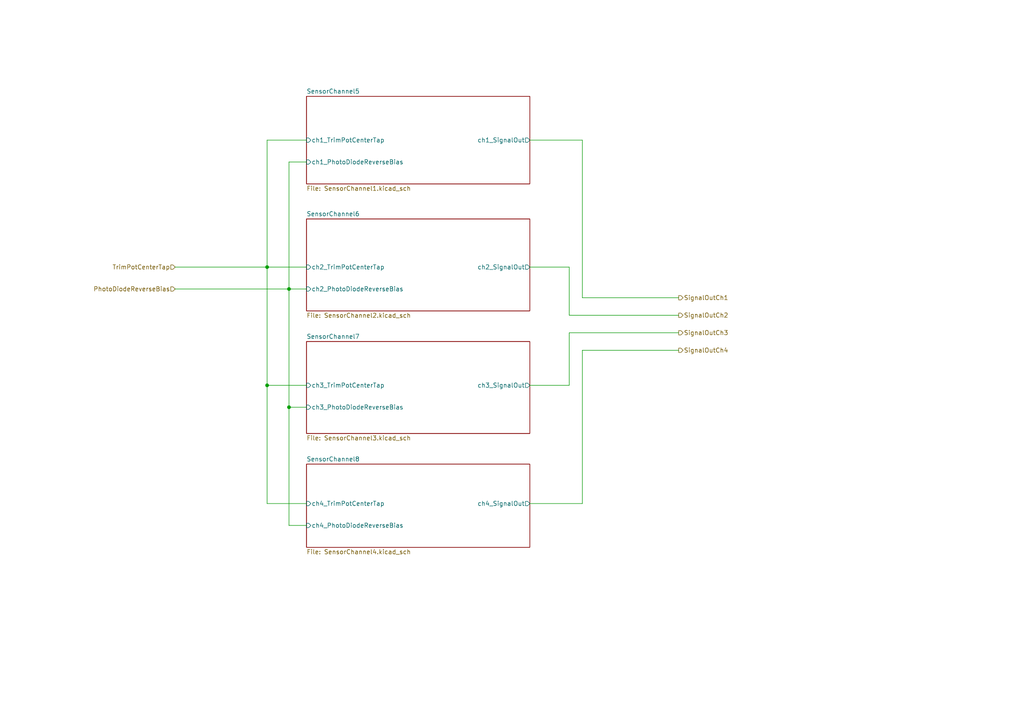
<source format=kicad_sch>
(kicad_sch (version 20230121) (generator eeschema)

  (uuid 62a1da27-de24-45d8-a5a2-c84214fcfeb3)

  (paper "A4")

  (title_block
    (title "ElectronicBLETarget")
    (date "2024-02-03")
    (rev "1")
  )

  (lib_symbols
  )

  (junction (at 77.47 77.47) (diameter 0) (color 0 0 0 0)
    (uuid 81d40e36-82aa-4c33-ab6b-38813d2e46ef)
  )
  (junction (at 77.47 111.76) (diameter 0) (color 0 0 0 0)
    (uuid 93e8519c-aace-43fb-af4c-3c47a873a7e3)
  )
  (junction (at 83.82 83.82) (diameter 0) (color 0 0 0 0)
    (uuid afb8d361-8bbf-4a69-98a9-5223496fd32f)
  )
  (junction (at 83.82 118.11) (diameter 0) (color 0 0 0 0)
    (uuid d051a656-cc2f-4e88-b197-392d13eb2bde)
  )

  (wire (pts (xy 83.82 83.82) (xy 88.9 83.82))
    (stroke (width 0) (type default))
    (uuid 02ba39cb-d803-4d70-9f96-19d0cc5873a0)
  )
  (wire (pts (xy 88.9 146.05) (xy 77.47 146.05))
    (stroke (width 0) (type default))
    (uuid 03e83d07-804f-4362-9622-65492fce9e7e)
  )
  (wire (pts (xy 88.9 118.11) (xy 83.82 118.11))
    (stroke (width 0) (type default))
    (uuid 07a52e3f-fc2b-46a4-b061-4c2c2adfa904)
  )
  (wire (pts (xy 50.8 83.82) (xy 83.82 83.82))
    (stroke (width 0) (type default))
    (uuid 08bd0ad4-f049-4227-bd6b-bc199d358e3b)
  )
  (wire (pts (xy 153.67 111.76) (xy 165.1 111.76))
    (stroke (width 0) (type default))
    (uuid 22955920-fba9-473a-8864-f94ddebee618)
  )
  (wire (pts (xy 168.91 86.36) (xy 196.85 86.36))
    (stroke (width 0) (type default))
    (uuid 24d2f0b9-7102-4005-be5d-fa828c12a0a9)
  )
  (wire (pts (xy 83.82 46.99) (xy 83.82 83.82))
    (stroke (width 0) (type default))
    (uuid 275e4308-6640-4dd1-b9ab-665dd68fc11c)
  )
  (wire (pts (xy 88.9 40.64) (xy 77.47 40.64))
    (stroke (width 0) (type default))
    (uuid 2787395a-18fb-48d1-91a0-99c690784d23)
  )
  (wire (pts (xy 168.91 101.6) (xy 196.85 101.6))
    (stroke (width 0) (type default))
    (uuid 28c88b3f-8489-431b-bc6e-ad196f159e7a)
  )
  (wire (pts (xy 153.67 77.47) (xy 165.1 77.47))
    (stroke (width 0) (type default))
    (uuid 2974bb18-bc15-4356-b0d7-52eca8d420d9)
  )
  (wire (pts (xy 77.47 111.76) (xy 77.47 146.05))
    (stroke (width 0) (type default))
    (uuid 2d3c210c-0e02-439a-be1e-58206bc71d80)
  )
  (wire (pts (xy 77.47 77.47) (xy 50.8 77.47))
    (stroke (width 0) (type default))
    (uuid 4c8b451c-f82a-43df-9ff8-a69af6a8c068)
  )
  (wire (pts (xy 83.82 152.4) (xy 83.82 118.11))
    (stroke (width 0) (type default))
    (uuid 4ca86c6b-1160-4713-be0d-b8f2a8af8782)
  )
  (wire (pts (xy 165.1 111.76) (xy 165.1 96.52))
    (stroke (width 0) (type default))
    (uuid 561bb47d-45ff-4332-b740-302dfaac4a9b)
  )
  (wire (pts (xy 168.91 40.64) (xy 168.91 86.36))
    (stroke (width 0) (type default))
    (uuid 5b167152-e0f7-494b-ada5-3e556d37a16c)
  )
  (wire (pts (xy 165.1 96.52) (xy 196.85 96.52))
    (stroke (width 0) (type default))
    (uuid 5f5abf35-38b4-47f1-823d-025324ede342)
  )
  (wire (pts (xy 77.47 77.47) (xy 77.47 111.76))
    (stroke (width 0) (type default))
    (uuid 6ac50204-219a-4690-bbf9-544c3d9c85b3)
  )
  (wire (pts (xy 77.47 77.47) (xy 88.9 77.47))
    (stroke (width 0) (type default))
    (uuid 77d78504-3d51-4fee-be1b-0ff556a3b341)
  )
  (wire (pts (xy 153.67 146.05) (xy 168.91 146.05))
    (stroke (width 0) (type default))
    (uuid 7d2baba6-0667-4bc7-80f5-9b0fdacdfa4b)
  )
  (wire (pts (xy 165.1 91.44) (xy 196.85 91.44))
    (stroke (width 0) (type default))
    (uuid 80b72b82-c274-4b1c-9954-fc475f79e1ae)
  )
  (wire (pts (xy 83.82 118.11) (xy 83.82 83.82))
    (stroke (width 0) (type default))
    (uuid 815f76d4-2976-4c5a-8544-24a5fa25edf7)
  )
  (wire (pts (xy 165.1 77.47) (xy 165.1 91.44))
    (stroke (width 0) (type default))
    (uuid 93cc25c5-514f-40a7-b3de-e216bb0cf76c)
  )
  (wire (pts (xy 153.67 40.64) (xy 168.91 40.64))
    (stroke (width 0) (type default))
    (uuid 9fff59ed-a206-47f9-861d-e5d99668ac74)
  )
  (wire (pts (xy 77.47 40.64) (xy 77.47 77.47))
    (stroke (width 0) (type default))
    (uuid b7d9df5d-1d10-434c-8805-f76893017b0b)
  )
  (wire (pts (xy 88.9 111.76) (xy 77.47 111.76))
    (stroke (width 0) (type default))
    (uuid bacc35db-04a8-493d-9d9f-078be160c6f6)
  )
  (wire (pts (xy 88.9 46.99) (xy 83.82 46.99))
    (stroke (width 0) (type default))
    (uuid f6ea5b15-bca6-4b41-96e4-2349dbc69629)
  )
  (wire (pts (xy 88.9 152.4) (xy 83.82 152.4))
    (stroke (width 0) (type default))
    (uuid faa55d7f-3600-4aa9-8304-37739989bbed)
  )
  (wire (pts (xy 168.91 146.05) (xy 168.91 101.6))
    (stroke (width 0) (type default))
    (uuid ff22aed8-2ed2-419f-a119-e3eee3044323)
  )

  (hierarchical_label "TrimPotCenterTap" (shape input) (at 50.8 77.47 180) (fields_autoplaced)
    (effects (font (size 1.27 1.27)) (justify right))
    (uuid 0fb1069d-14ee-4cc8-86a8-43c78f48a49f)
  )
  (hierarchical_label "SignalOutCh2" (shape output) (at 196.85 91.44 0) (fields_autoplaced)
    (effects (font (size 1.27 1.27)) (justify left))
    (uuid 3c70ce36-51bb-4483-a8ae-d861cb6337ea)
  )
  (hierarchical_label "SignalOutCh4" (shape output) (at 196.85 101.6 0) (fields_autoplaced)
    (effects (font (size 1.27 1.27)) (justify left))
    (uuid 3ca2d36c-3206-4a0c-8e29-55f05c3b4cc5)
  )
  (hierarchical_label "SignalOutCh3" (shape output) (at 196.85 96.52 0) (fields_autoplaced)
    (effects (font (size 1.27 1.27)) (justify left))
    (uuid 40efc193-0408-47eb-ac42-691231d5d292)
  )
  (hierarchical_label "SignalOutCh1" (shape output) (at 196.85 86.36 0) (fields_autoplaced)
    (effects (font (size 1.27 1.27)) (justify left))
    (uuid 6a5de6eb-a47d-48c4-96c7-5ad7f362dc10)
  )
  (hierarchical_label "PhotoDiodeReverseBias" (shape input) (at 50.8 83.82 180) (fields_autoplaced)
    (effects (font (size 1.27 1.27)) (justify right))
    (uuid 79123e87-63c4-49f1-9042-0c4532677e3f)
  )

  (sheet (at 88.9 63.5) (size 64.77 26.67) (fields_autoplaced)
    (stroke (width 0.1524) (type solid))
    (fill (color 0 0 0 0.0000))
    (uuid 38c464ff-d6c7-45ac-be65-89498dbc7801)
    (property "Sheetname" "SensorChannel6" (at 88.9 62.7884 0)
      (effects (font (size 1.27 1.27)) (justify left bottom))
    )
    (property "Sheetfile" "SensorChannel2.kicad_sch" (at 88.9 90.7546 0)
      (effects (font (size 1.27 1.27)) (justify left top))
    )
    (property "Fält2" "" (at 88.9 63.5 0)
      (effects (font (size 1.27 1.27)) hide)
    )
    (pin "ch2_TrimPotCenterTap" input (at 88.9 77.47 180)
      (effects (font (size 1.27 1.27)) (justify left))
      (uuid 4fb890cf-1956-476d-8e2d-96db722ea0f4)
    )
    (pin "ch2_PhotoDiodeReverseBias" input (at 88.9 83.82 180)
      (effects (font (size 1.27 1.27)) (justify left))
      (uuid 62d949a8-2214-4f49-869e-c73d3c66befb)
    )
    (pin "ch2_SignalOut" output (at 153.67 77.47 0)
      (effects (font (size 1.27 1.27)) (justify right))
      (uuid e004af4f-68aa-4fe0-b831-1d0790ffac8b)
    )
    (instances
      (project "ElectronicBLETarget"
        (path "/e65ca263-7357-4fa8-aaf0-4e1b74459457/49f09594-2afc-4263-bfc0-820cce7c9974" (page "5"))
        (path "/e65ca263-7357-4fa8-aaf0-4e1b74459457/b544718d-3976-4b6d-b3e0-414d205a9f25" (page "10"))
      )
    )
  )

  (sheet (at 88.9 99.06) (size 64.77 26.67) (fields_autoplaced)
    (stroke (width 0.1524) (type solid))
    (fill (color 0 0 0 0.0000))
    (uuid 46b35db9-a5ac-4d5f-ae47-2420f95d1ec8)
    (property "Sheetname" "SensorChannel7" (at 88.9 98.3484 0)
      (effects (font (size 1.27 1.27)) (justify left bottom))
    )
    (property "Sheetfile" "SensorChannel3.kicad_sch" (at 88.9 126.3146 0)
      (effects (font (size 1.27 1.27)) (justify left top))
    )
    (pin "ch3_SignalOut" output (at 153.67 111.76 0)
      (effects (font (size 1.27 1.27)) (justify right))
      (uuid 60303109-53f3-4a84-a6bb-315dde71c7e6)
    )
    (pin "ch3_TrimPotCenterTap" input (at 88.9 111.76 180)
      (effects (font (size 1.27 1.27)) (justify left))
      (uuid 80473b6e-2605-409c-a157-e3eae49a1460)
    )
    (pin "ch3_PhotoDiodeReverseBias" input (at 88.9 118.11 180)
      (effects (font (size 1.27 1.27)) (justify left))
      (uuid 76467c1e-db0e-4bce-b5f0-d37fa1dc0ef5)
    )
    (instances
      (project "ElectronicBLETarget"
        (path "/e65ca263-7357-4fa8-aaf0-4e1b74459457/49f09594-2afc-4263-bfc0-820cce7c9974" (page "6"))
        (path "/e65ca263-7357-4fa8-aaf0-4e1b74459457/b544718d-3976-4b6d-b3e0-414d205a9f25" (page "11"))
      )
    )
  )

  (sheet (at 88.9 27.94) (size 64.77 25.4) (fields_autoplaced)
    (stroke (width 0.1524) (type solid))
    (fill (color 0 0 0 0.0000))
    (uuid 57deb258-c2eb-4d7b-a629-f6d226f99e21)
    (property "Sheetname" "SensorChannel5" (at 88.9 27.2284 0)
      (effects (font (size 1.27 1.27)) (justify left bottom))
    )
    (property "Sheetfile" "SensorChannel1.kicad_sch" (at 88.9 53.9246 0)
      (effects (font (size 1.27 1.27)) (justify left top))
    )
    (pin "ch1_TrimPotCenterTap" input (at 88.9 40.64 180)
      (effects (font (size 1.27 1.27)) (justify left))
      (uuid 49fc809b-09cc-4ed3-80a1-c4736fb49384)
    )
    (pin "ch1_PhotoDiodeReverseBias" input (at 88.9 46.99 180)
      (effects (font (size 1.27 1.27)) (justify left))
      (uuid 0585f5c7-89de-4815-98a8-af953e1ba62c)
    )
    (pin "ch1_SignalOut" output (at 153.67 40.64 0)
      (effects (font (size 1.27 1.27)) (justify right))
      (uuid 624370cd-db74-4cdd-8963-702899e44d5f)
    )
    (instances
      (project "ElectronicBLETarget"
        (path "/e65ca263-7357-4fa8-aaf0-4e1b74459457/49f09594-2afc-4263-bfc0-820cce7c9974" (page "3"))
        (path "/e65ca263-7357-4fa8-aaf0-4e1b74459457/b544718d-3976-4b6d-b3e0-414d205a9f25" (page "9"))
      )
    )
  )

  (sheet (at 88.9 134.62) (size 64.77 24.13) (fields_autoplaced)
    (stroke (width 0.1524) (type solid))
    (fill (color 0 0 0 0.0000))
    (uuid ac7e442a-55f0-40d7-a384-830e172b4930)
    (property "Sheetname" "SensorChannel8" (at 88.9 133.9084 0)
      (effects (font (size 1.27 1.27)) (justify left bottom))
    )
    (property "Sheetfile" "SensorChannel4.kicad_sch" (at 88.9 159.3346 0)
      (effects (font (size 1.27 1.27)) (justify left top))
    )
    (pin "ch4_SignalOut" output (at 153.67 146.05 0)
      (effects (font (size 1.27 1.27)) (justify right))
      (uuid 0303a69d-3d1a-488e-924a-d5ba51525ea6)
    )
    (pin "ch4_PhotoDiodeReverseBias" input (at 88.9 152.4 180)
      (effects (font (size 1.27 1.27)) (justify left))
      (uuid 8bfe2b9b-ac40-4681-b264-6048f42af8c4)
    )
    (pin "ch4_TrimPotCenterTap" input (at 88.9 146.05 180)
      (effects (font (size 1.27 1.27)) (justify left))
      (uuid a16fe1ea-a30c-46f0-9121-858aefb8a4af)
    )
    (instances
      (project "ElectronicBLETarget"
        (path "/e65ca263-7357-4fa8-aaf0-4e1b74459457/49f09594-2afc-4263-bfc0-820cce7c9974" (page "7"))
        (path "/e65ca263-7357-4fa8-aaf0-4e1b74459457/b544718d-3976-4b6d-b3e0-414d205a9f25" (page "12"))
      )
    )
  )
)

</source>
